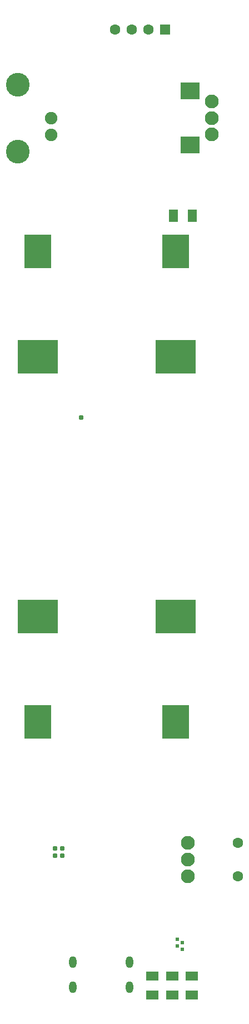
<source format=gbs>
G04*
G04 #@! TF.GenerationSoftware,Altium Limited,Altium Designer,20.2.7 (254)*
G04*
G04 Layer_Color=16711935*
%FSLAX44Y44*%
%MOMM*%
G71*
G04*
G04 #@! TF.SameCoordinates,09A48B07-2891-40CF-AB4D-50A5A77D63B2*
G04*
G04*
G04 #@! TF.FilePolarity,Negative*
G04*
G01*
G75*
%ADD65R,1.4016X1.9016*%
%ADD74R,1.9016X1.4016*%
%ADD99C,3.6016*%
%ADD100C,1.9016*%
%ADD101C,1.6016*%
%ADD102C,2.1016*%
%ADD103R,3.0016X2.6016*%
%ADD104R,6.1016X5.1016*%
%ADD105R,4.1016X5.1016*%
%ADD106R,1.6016X1.6016*%
%ADD107O,1.1016X1.8016*%
%ADD108C,0.7874*%
%ADD109C,0.6096*%
D65*
X312000Y1199000D02*
D03*
X341000D02*
D03*
D74*
X340000Y44500D02*
D03*
Y15500D02*
D03*
X310000Y44500D02*
D03*
Y15500D02*
D03*
X279500Y44670D02*
D03*
Y15670D02*
D03*
D99*
X74750Y1296700D02*
D03*
Y1398300D02*
D03*
D100*
X125550Y1347500D02*
D03*
Y1322100D02*
D03*
D101*
X410000Y246390D02*
D03*
Y195590D02*
D03*
X223200Y1482000D02*
D03*
X248600D02*
D03*
X274000D02*
D03*
D102*
X333800Y195590D02*
D03*
Y220990D02*
D03*
Y246390D02*
D03*
X370220Y1322500D02*
D03*
Y1347500D02*
D03*
Y1372500D02*
D03*
D103*
X337220Y1388500D02*
D03*
Y1306500D02*
D03*
D104*
X315000Y590000D02*
D03*
Y985000D02*
D03*
X105000Y590000D02*
D03*
Y985000D02*
D03*
D105*
X315000Y430000D02*
D03*
Y1145000D02*
D03*
X105000Y430000D02*
D03*
Y1145000D02*
D03*
D106*
X299400Y1482000D02*
D03*
D107*
X245150Y27730D02*
D03*
X158770Y27630D02*
D03*
X245150Y65730D02*
D03*
X158750D02*
D03*
D108*
X142250Y238000D02*
D03*
Y227000D02*
D03*
X131250Y238000D02*
D03*
Y227000D02*
D03*
X171000Y893000D02*
D03*
D109*
X325220Y84780D02*
D03*
X317600Y89860D02*
D03*
X325220Y94940D02*
D03*
X317600Y100020D02*
D03*
M02*

</source>
